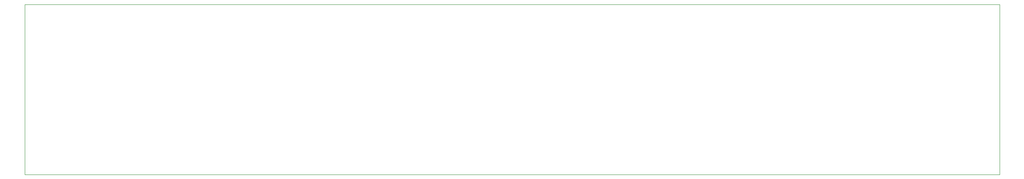
<source format=gbr>
%TF.GenerationSoftware,KiCad,Pcbnew,(6.0.5)*%
%TF.CreationDate,2022-05-21T21:36:39-04:00*%
%TF.ProjectId,supply_lvac,73757070-6c79-45f6-9c76-61632e6b6963,rev?*%
%TF.SameCoordinates,Original*%
%TF.FileFunction,Profile,NP*%
%FSLAX46Y46*%
G04 Gerber Fmt 4.6, Leading zero omitted, Abs format (unit mm)*
G04 Created by KiCad (PCBNEW (6.0.5)) date 2022-05-21 21:36:39*
%MOMM*%
%LPD*%
G01*
G04 APERTURE LIST*
%TA.AperFunction,Profile*%
%ADD10C,0.100000*%
%TD*%
G04 APERTURE END LIST*
D10*
X48260000Y-38100000D02*
X251460000Y-38100000D01*
X251460000Y-38100000D02*
X251460000Y-73660000D01*
X251460000Y-73660000D02*
X48260000Y-73660000D01*
X48260000Y-73660000D02*
X48260000Y-38100000D01*
M02*

</source>
